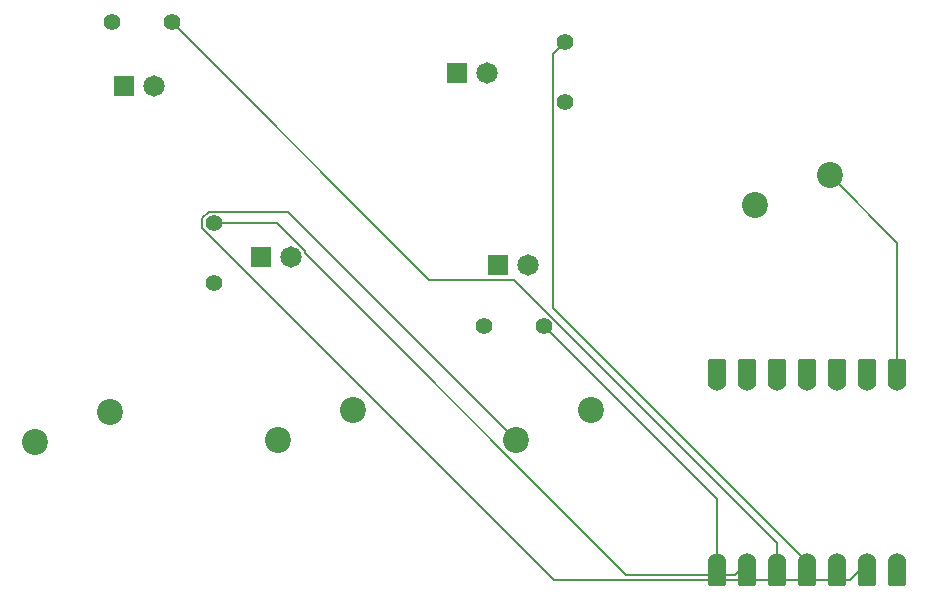
<source format=gbr>
%TF.GenerationSoftware,KiCad,Pcbnew,9.0.2*%
%TF.CreationDate,2025-06-28T19:08:21-05:00*%
%TF.ProjectId,pioneer,70696f6e-6565-4722-9e6b-696361645f70,rev?*%
%TF.SameCoordinates,Original*%
%TF.FileFunction,Copper,L1,Top*%
%TF.FilePolarity,Positive*%
%FSLAX46Y46*%
G04 Gerber Fmt 4.6, Leading zero omitted, Abs format (unit mm)*
G04 Created by KiCad (PCBNEW 9.0.2) date 2025-06-28 19:08:21*
%MOMM*%
%LPD*%
G01*
G04 APERTURE LIST*
G04 Aperture macros list*
%AMRoundRect*
0 Rectangle with rounded corners*
0 $1 Rounding radius*
0 $2 $3 $4 $5 $6 $7 $8 $9 X,Y pos of 4 corners*
0 Add a 4 corners polygon primitive as box body*
4,1,4,$2,$3,$4,$5,$6,$7,$8,$9,$2,$3,0*
0 Add four circle primitives for the rounded corners*
1,1,$1+$1,$2,$3*
1,1,$1+$1,$4,$5*
1,1,$1+$1,$6,$7*
1,1,$1+$1,$8,$9*
0 Add four rect primitives between the rounded corners*
20,1,$1+$1,$2,$3,$4,$5,0*
20,1,$1+$1,$4,$5,$6,$7,0*
20,1,$1+$1,$6,$7,$8,$9,0*
20,1,$1+$1,$8,$9,$2,$3,0*%
G04 Aperture macros list end*
%TA.AperFunction,ComponentPad*%
%ADD10C,1.815000*%
%TD*%
%TA.AperFunction,ComponentPad*%
%ADD11R,1.815000X1.815000*%
%TD*%
%TA.AperFunction,ComponentPad*%
%ADD12C,2.200000*%
%TD*%
%TA.AperFunction,ComponentPad*%
%ADD13C,1.400000*%
%TD*%
%TA.AperFunction,SMDPad,CuDef*%
%ADD14RoundRect,0.152400X0.609600X-1.063600X0.609600X1.063600X-0.609600X1.063600X-0.609600X-1.063600X0*%
%TD*%
%TA.AperFunction,ComponentPad*%
%ADD15C,1.524000*%
%TD*%
%TA.AperFunction,SMDPad,CuDef*%
%ADD16RoundRect,0.152400X-0.609600X1.063600X-0.609600X-1.063600X0.609600X-1.063600X0.609600X1.063600X0*%
%TD*%
%TA.AperFunction,Conductor*%
%ADD17C,0.200000*%
%TD*%
G04 APERTURE END LIST*
D10*
%TO.P,D2,A*%
%TO.N,Net-(D2-PadA)*%
X52200428Y-100240000D03*
D11*
%TO.P,D2,C*%
%TO.N,GND*%
X49660428Y-100240000D03*
%TD*%
D12*
%TO.P,SW4,1,1*%
%TO.N,button4*%
X89190000Y-127700000D03*
%TO.P,SW4,2,2*%
%TO.N,GND*%
X82840000Y-130240000D03*
%TD*%
D13*
%TO.P,R2,1*%
%TO.N,Net-(D1-PadA)*%
X48600000Y-94870000D03*
%TO.P,R2,2*%
%TO.N,LED2*%
X53680000Y-94870000D03*
%TD*%
D10*
%TO.P,D5,A*%
%TO.N,Net-(D5-PadA)*%
X83820428Y-115470000D03*
D11*
%TO.P,D5,C*%
%TO.N,GND*%
X81280428Y-115470000D03*
%TD*%
D13*
%TO.P,R3,1*%
%TO.N,Net-(D2-PadA)*%
X57240000Y-116990000D03*
%TO.P,R3,2*%
%TO.N,LED3*%
X57240000Y-111910000D03*
%TD*%
%TO.P,R1,1*%
%TO.N,Net-(D5-PadA)*%
X86960000Y-101620000D03*
%TO.P,R1,2*%
%TO.N,LED1*%
X86960000Y-96540000D03*
%TD*%
D12*
%TO.P,SW1,1,1*%
%TO.N,button1*%
X109360000Y-107830000D03*
%TO.P,SW1,2,2*%
%TO.N,GND*%
X103010000Y-110370000D03*
%TD*%
%TO.P,SW2,1,1*%
%TO.N,button2*%
X48450000Y-127840000D03*
%TO.P,SW2,2,2*%
%TO.N,GND*%
X42100000Y-130380000D03*
%TD*%
D10*
%TO.P,D1,A*%
%TO.N,Net-(D1-PadA)*%
X80370000Y-99220000D03*
D11*
%TO.P,D1,C*%
%TO.N,GND*%
X77830000Y-99220000D03*
%TD*%
D10*
%TO.P,D3,A*%
%TO.N,Net-(D3-PadA)*%
X63730000Y-114740000D03*
D11*
%TO.P,D3,C*%
%TO.N,GND*%
X61190000Y-114740000D03*
%TD*%
D14*
%TO.P,U1,1,GPIO26/ADC0/A0*%
%TO.N,button1*%
X115090000Y-124545000D03*
D15*
X115090000Y-125380000D03*
D14*
%TO.P,U1,2,GPIO27/ADC1/A1*%
%TO.N,button2*%
X112550000Y-124545000D03*
D15*
X112550000Y-125380000D03*
D14*
%TO.P,U1,3,GPIO28/ADC2/A2*%
%TO.N,button3*%
X110010000Y-124545000D03*
D15*
X110010000Y-125380000D03*
D14*
%TO.P,U1,4,GPIO29/ADC3/A3*%
%TO.N,button4*%
X107470000Y-124545000D03*
D15*
X107470000Y-125380000D03*
D14*
%TO.P,U1,5,GPIO6/SDA*%
%TO.N,unconnected-(U1-GPIO6{slash}SDA-Pad5)*%
X104930000Y-124545000D03*
D15*
X104930000Y-125380000D03*
D14*
%TO.P,U1,6,GPIO7/SCL*%
%TO.N,unconnected-(U1-GPIO7{slash}SCL-Pad6)*%
X102390000Y-124545000D03*
D15*
X102390000Y-125380000D03*
D14*
%TO.P,U1,7,GPIO0/TX*%
%TO.N,unconnected-(U1-GPIO0{slash}TX-Pad7)*%
X99850000Y-124545000D03*
D15*
X99850000Y-125380000D03*
%TO.P,U1,8,GPIO1/RX*%
%TO.N,LED4*%
X99850000Y-140620000D03*
D16*
X99850000Y-141455000D03*
D15*
%TO.P,U1,9,GPIO2/SCK*%
%TO.N,LED3*%
X102390000Y-140620000D03*
D16*
X102390000Y-141455000D03*
D15*
%TO.P,U1,10,GPIO4/MISO*%
%TO.N,LED2*%
X104930000Y-140620000D03*
D16*
X104930000Y-141455000D03*
D15*
%TO.P,U1,11,GPIO3/MOSI*%
%TO.N,LED1*%
X107470000Y-140620000D03*
D16*
X107470000Y-141455000D03*
D15*
%TO.P,U1,12,3V3*%
%TO.N,unconnected-(U1-3V3-Pad12)*%
X110010000Y-140620000D03*
D16*
X110010000Y-141455000D03*
D15*
%TO.P,U1,13,GND*%
%TO.N,GND*%
X112550000Y-140620000D03*
D16*
X112550000Y-141455000D03*
D15*
%TO.P,U1,14,VBUS*%
%TO.N,unconnected-(U1-VBUS-Pad14)*%
X115090000Y-140620000D03*
D16*
X115090000Y-141455000D03*
%TD*%
D13*
%TO.P,R4,1*%
%TO.N,Net-(D3-PadA)*%
X80110000Y-120610000D03*
%TO.P,R4,2*%
%TO.N,LED4*%
X85190000Y-120610000D03*
%TD*%
D12*
%TO.P,SW3,1,1*%
%TO.N,button3*%
X69040000Y-127700000D03*
%TO.P,SW3,2,2*%
%TO.N,GND*%
X62690000Y-130240000D03*
%TD*%
D17*
%TO.N,GND*%
X111086000Y-142084000D02*
X85998372Y-142084000D01*
X112550000Y-140620000D02*
X111086000Y-142084000D01*
X85998372Y-142084000D02*
X56239000Y-112324628D01*
X63509000Y-110909000D02*
X82840000Y-130240000D01*
X56239000Y-111495372D02*
X56825372Y-110909000D01*
X56825372Y-110909000D02*
X63509000Y-110909000D01*
X56239000Y-112324628D02*
X56239000Y-111495372D01*
%TO.N,LED1*%
X107470000Y-140620000D02*
X85959000Y-119109000D01*
X85959000Y-97541000D02*
X86960000Y-96540000D01*
X85959000Y-119109000D02*
X85959000Y-97541000D01*
%TO.N,LED2*%
X75488500Y-116678500D02*
X53680000Y-94870000D01*
X82674128Y-116678500D02*
X75488500Y-116678500D01*
X104930000Y-138934372D02*
X82674128Y-116678500D01*
X104930000Y-140620000D02*
X104930000Y-138934372D01*
%TO.N,LED3*%
X102390000Y-140620000D02*
X101327000Y-141683000D01*
X101327000Y-141683000D02*
X92171470Y-141683000D01*
X92171470Y-141683000D02*
X64938500Y-114450030D01*
X64938500Y-114239422D02*
X62609078Y-111910000D01*
X64938500Y-114450030D02*
X64938500Y-114239422D01*
X62609078Y-111910000D02*
X57240000Y-111910000D01*
%TO.N,LED4*%
X99850000Y-135270000D02*
X85190000Y-120610000D01*
X99850000Y-140620000D02*
X99850000Y-135270000D01*
%TO.N,button1*%
X115090000Y-113560000D02*
X109360000Y-107830000D01*
X115090000Y-125380000D02*
X115090000Y-113560000D01*
%TD*%
M02*

</source>
